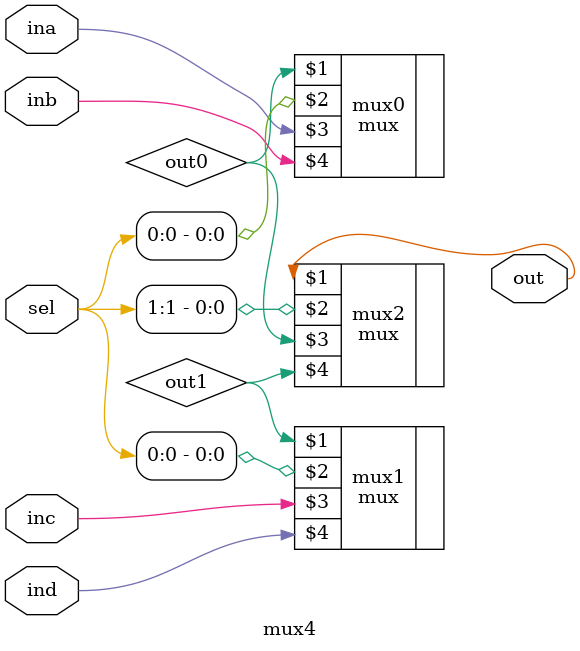
<source format=v>
`timescale 1ns / 1ps
module mux4(
    output out,
    input [1:0] sel,
    input ina,
    input inb,
    input inc,
    input ind
    );
	
	wire out0, out1;
	
	mux mux0(out0, sel[0], ina, inb);
	mux mux1(out1, sel[0], inc, ind);
	mux mux2(out, sel[1], out0, out1);

endmodule

</source>
